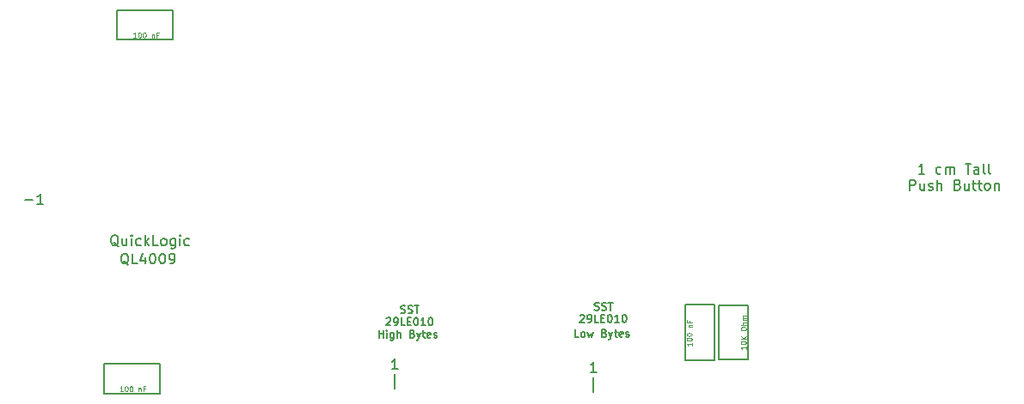
<source format=gbr>
%TF.GenerationSoftware,KiCad,Pcbnew,(6.0.2)*%
%TF.CreationDate,2022-10-23T13:50:21-05:00*%
%TF.ProjectId,REF1451,52454631-3435-4312-9e6b-696361645f70,rev?*%
%TF.SameCoordinates,Original*%
%TF.FileFunction,Legend,Top*%
%TF.FilePolarity,Positive*%
%FSLAX46Y46*%
G04 Gerber Fmt 4.6, Leading zero omitted, Abs format (unit mm)*
G04 Created by KiCad (PCBNEW (6.0.2)) date 2022-10-23 13:50:21*
%MOMM*%
%LPD*%
G01*
G04 APERTURE LIST*
%ADD10C,0.150000*%
%ADD11C,0.125000*%
G04 APERTURE END LIST*
D10*
X135789857Y-103936285D02*
X135789857Y-103186285D01*
X135789857Y-103543428D02*
X136218428Y-103543428D01*
X136218428Y-103936285D02*
X136218428Y-103186285D01*
X136575571Y-103936285D02*
X136575571Y-103436285D01*
X136575571Y-103186285D02*
X136539857Y-103222000D01*
X136575571Y-103257714D01*
X136611285Y-103222000D01*
X136575571Y-103186285D01*
X136575571Y-103257714D01*
X137254142Y-103436285D02*
X137254142Y-104043428D01*
X137218428Y-104114857D01*
X137182714Y-104150571D01*
X137111285Y-104186285D01*
X137004142Y-104186285D01*
X136932714Y-104150571D01*
X137254142Y-103900571D02*
X137182714Y-103936285D01*
X137039857Y-103936285D01*
X136968428Y-103900571D01*
X136932714Y-103864857D01*
X136897000Y-103793428D01*
X136897000Y-103579142D01*
X136932714Y-103507714D01*
X136968428Y-103472000D01*
X137039857Y-103436285D01*
X137182714Y-103436285D01*
X137254142Y-103472000D01*
X137611285Y-103936285D02*
X137611285Y-103186285D01*
X137932714Y-103936285D02*
X137932714Y-103543428D01*
X137897000Y-103472000D01*
X137825571Y-103436285D01*
X137718428Y-103436285D01*
X137647000Y-103472000D01*
X137611285Y-103507714D01*
X139111285Y-103543428D02*
X139218428Y-103579142D01*
X139254142Y-103614857D01*
X139289857Y-103686285D01*
X139289857Y-103793428D01*
X139254142Y-103864857D01*
X139218428Y-103900571D01*
X139147000Y-103936285D01*
X138861285Y-103936285D01*
X138861285Y-103186285D01*
X139111285Y-103186285D01*
X139182714Y-103222000D01*
X139218428Y-103257714D01*
X139254142Y-103329142D01*
X139254142Y-103400571D01*
X139218428Y-103472000D01*
X139182714Y-103507714D01*
X139111285Y-103543428D01*
X138861285Y-103543428D01*
X139539857Y-103436285D02*
X139718428Y-103936285D01*
X139897000Y-103436285D02*
X139718428Y-103936285D01*
X139647000Y-104114857D01*
X139611285Y-104150571D01*
X139539857Y-104186285D01*
X140075571Y-103436285D02*
X140361285Y-103436285D01*
X140182714Y-103186285D02*
X140182714Y-103829142D01*
X140218428Y-103900571D01*
X140289857Y-103936285D01*
X140361285Y-103936285D01*
X140897000Y-103900571D02*
X140825571Y-103936285D01*
X140682714Y-103936285D01*
X140611285Y-103900571D01*
X140575571Y-103829142D01*
X140575571Y-103543428D01*
X140611285Y-103472000D01*
X140682714Y-103436285D01*
X140825571Y-103436285D01*
X140897000Y-103472000D01*
X140932714Y-103543428D01*
X140932714Y-103614857D01*
X140575571Y-103686285D01*
X141218428Y-103900571D02*
X141289857Y-103936285D01*
X141432714Y-103936285D01*
X141504142Y-103900571D01*
X141539857Y-103829142D01*
X141539857Y-103793428D01*
X141504142Y-103722000D01*
X141432714Y-103686285D01*
X141325571Y-103686285D01*
X141254142Y-103650571D01*
X141218428Y-103579142D01*
X141218428Y-103543428D01*
X141254142Y-103472000D01*
X141325571Y-103436285D01*
X141432714Y-103436285D01*
X141504142Y-103472000D01*
X137958857Y-101483821D02*
X138066000Y-101519535D01*
X138244571Y-101519535D01*
X138316000Y-101483821D01*
X138351714Y-101448107D01*
X138387428Y-101376678D01*
X138387428Y-101305250D01*
X138351714Y-101233821D01*
X138316000Y-101198107D01*
X138244571Y-101162392D01*
X138101714Y-101126678D01*
X138030285Y-101090964D01*
X137994571Y-101055250D01*
X137958857Y-100983821D01*
X137958857Y-100912392D01*
X137994571Y-100840964D01*
X138030285Y-100805250D01*
X138101714Y-100769535D01*
X138280285Y-100769535D01*
X138387428Y-100805250D01*
X138673142Y-101483821D02*
X138780285Y-101519535D01*
X138958857Y-101519535D01*
X139030285Y-101483821D01*
X139066000Y-101448107D01*
X139101714Y-101376678D01*
X139101714Y-101305250D01*
X139066000Y-101233821D01*
X139030285Y-101198107D01*
X138958857Y-101162392D01*
X138816000Y-101126678D01*
X138744571Y-101090964D01*
X138708857Y-101055250D01*
X138673142Y-100983821D01*
X138673142Y-100912392D01*
X138708857Y-100840964D01*
X138744571Y-100805250D01*
X138816000Y-100769535D01*
X138994571Y-100769535D01*
X139101714Y-100805250D01*
X139316000Y-100769535D02*
X139744571Y-100769535D01*
X139530285Y-101519535D02*
X139530285Y-100769535D01*
X136530285Y-102048464D02*
X136566000Y-102012750D01*
X136637428Y-101977035D01*
X136816000Y-101977035D01*
X136887428Y-102012750D01*
X136923142Y-102048464D01*
X136958857Y-102119892D01*
X136958857Y-102191321D01*
X136923142Y-102298464D01*
X136494571Y-102727035D01*
X136958857Y-102727035D01*
X137316000Y-102727035D02*
X137458857Y-102727035D01*
X137530285Y-102691321D01*
X137566000Y-102655607D01*
X137637428Y-102548464D01*
X137673142Y-102405607D01*
X137673142Y-102119892D01*
X137637428Y-102048464D01*
X137601714Y-102012750D01*
X137530285Y-101977035D01*
X137387428Y-101977035D01*
X137316000Y-102012750D01*
X137280285Y-102048464D01*
X137244571Y-102119892D01*
X137244571Y-102298464D01*
X137280285Y-102369892D01*
X137316000Y-102405607D01*
X137387428Y-102441321D01*
X137530285Y-102441321D01*
X137601714Y-102405607D01*
X137637428Y-102369892D01*
X137673142Y-102298464D01*
X138351714Y-102727035D02*
X137994571Y-102727035D01*
X137994571Y-101977035D01*
X138601714Y-102334178D02*
X138851714Y-102334178D01*
X138958857Y-102727035D02*
X138601714Y-102727035D01*
X138601714Y-101977035D01*
X138958857Y-101977035D01*
X139423142Y-101977035D02*
X139494571Y-101977035D01*
X139566000Y-102012750D01*
X139601714Y-102048464D01*
X139637428Y-102119892D01*
X139673142Y-102262750D01*
X139673142Y-102441321D01*
X139637428Y-102584178D01*
X139601714Y-102655607D01*
X139566000Y-102691321D01*
X139494571Y-102727035D01*
X139423142Y-102727035D01*
X139351714Y-102691321D01*
X139316000Y-102655607D01*
X139280285Y-102584178D01*
X139244571Y-102441321D01*
X139244571Y-102262750D01*
X139280285Y-102119892D01*
X139316000Y-102048464D01*
X139351714Y-102012750D01*
X139423142Y-101977035D01*
X140387428Y-102727035D02*
X139958857Y-102727035D01*
X140173142Y-102727035D02*
X140173142Y-101977035D01*
X140101714Y-102084178D01*
X140030285Y-102155607D01*
X139958857Y-102191321D01*
X140851714Y-101977035D02*
X140923142Y-101977035D01*
X140994571Y-102012750D01*
X141030285Y-102048464D01*
X141066000Y-102119892D01*
X141101714Y-102262750D01*
X141101714Y-102441321D01*
X141066000Y-102584178D01*
X141030285Y-102655607D01*
X140994571Y-102691321D01*
X140923142Y-102727035D01*
X140851714Y-102727035D01*
X140780285Y-102691321D01*
X140744571Y-102655607D01*
X140708857Y-102584178D01*
X140673142Y-102441321D01*
X140673142Y-102262750D01*
X140708857Y-102119892D01*
X140744571Y-102048464D01*
X140780285Y-102012750D01*
X140851714Y-101977035D01*
X157032857Y-101183821D02*
X157140000Y-101219535D01*
X157318571Y-101219535D01*
X157390000Y-101183821D01*
X157425714Y-101148107D01*
X157461428Y-101076678D01*
X157461428Y-101005250D01*
X157425714Y-100933821D01*
X157390000Y-100898107D01*
X157318571Y-100862392D01*
X157175714Y-100826678D01*
X157104285Y-100790964D01*
X157068571Y-100755250D01*
X157032857Y-100683821D01*
X157032857Y-100612392D01*
X157068571Y-100540964D01*
X157104285Y-100505250D01*
X157175714Y-100469535D01*
X157354285Y-100469535D01*
X157461428Y-100505250D01*
X157747142Y-101183821D02*
X157854285Y-101219535D01*
X158032857Y-101219535D01*
X158104285Y-101183821D01*
X158140000Y-101148107D01*
X158175714Y-101076678D01*
X158175714Y-101005250D01*
X158140000Y-100933821D01*
X158104285Y-100898107D01*
X158032857Y-100862392D01*
X157890000Y-100826678D01*
X157818571Y-100790964D01*
X157782857Y-100755250D01*
X157747142Y-100683821D01*
X157747142Y-100612392D01*
X157782857Y-100540964D01*
X157818571Y-100505250D01*
X157890000Y-100469535D01*
X158068571Y-100469535D01*
X158175714Y-100505250D01*
X158390000Y-100469535D02*
X158818571Y-100469535D01*
X158604285Y-101219535D02*
X158604285Y-100469535D01*
X155604285Y-101748464D02*
X155640000Y-101712750D01*
X155711428Y-101677035D01*
X155890000Y-101677035D01*
X155961428Y-101712750D01*
X155997142Y-101748464D01*
X156032857Y-101819892D01*
X156032857Y-101891321D01*
X155997142Y-101998464D01*
X155568571Y-102427035D01*
X156032857Y-102427035D01*
X156390000Y-102427035D02*
X156532857Y-102427035D01*
X156604285Y-102391321D01*
X156640000Y-102355607D01*
X156711428Y-102248464D01*
X156747142Y-102105607D01*
X156747142Y-101819892D01*
X156711428Y-101748464D01*
X156675714Y-101712750D01*
X156604285Y-101677035D01*
X156461428Y-101677035D01*
X156390000Y-101712750D01*
X156354285Y-101748464D01*
X156318571Y-101819892D01*
X156318571Y-101998464D01*
X156354285Y-102069892D01*
X156390000Y-102105607D01*
X156461428Y-102141321D01*
X156604285Y-102141321D01*
X156675714Y-102105607D01*
X156711428Y-102069892D01*
X156747142Y-101998464D01*
X157425714Y-102427035D02*
X157068571Y-102427035D01*
X157068571Y-101677035D01*
X157675714Y-102034178D02*
X157925714Y-102034178D01*
X158032857Y-102427035D02*
X157675714Y-102427035D01*
X157675714Y-101677035D01*
X158032857Y-101677035D01*
X158497142Y-101677035D02*
X158568571Y-101677035D01*
X158640000Y-101712750D01*
X158675714Y-101748464D01*
X158711428Y-101819892D01*
X158747142Y-101962750D01*
X158747142Y-102141321D01*
X158711428Y-102284178D01*
X158675714Y-102355607D01*
X158640000Y-102391321D01*
X158568571Y-102427035D01*
X158497142Y-102427035D01*
X158425714Y-102391321D01*
X158390000Y-102355607D01*
X158354285Y-102284178D01*
X158318571Y-102141321D01*
X158318571Y-101962750D01*
X158354285Y-101819892D01*
X158390000Y-101748464D01*
X158425714Y-101712750D01*
X158497142Y-101677035D01*
X159461428Y-102427035D02*
X159032857Y-102427035D01*
X159247142Y-102427035D02*
X159247142Y-101677035D01*
X159175714Y-101784178D01*
X159104285Y-101855607D01*
X159032857Y-101891321D01*
X159925714Y-101677035D02*
X159997142Y-101677035D01*
X160068571Y-101712750D01*
X160104285Y-101748464D01*
X160140000Y-101819892D01*
X160175714Y-101962750D01*
X160175714Y-102141321D01*
X160140000Y-102284178D01*
X160104285Y-102355607D01*
X160068571Y-102391321D01*
X159997142Y-102427035D01*
X159925714Y-102427035D01*
X159854285Y-102391321D01*
X159818571Y-102355607D01*
X159782857Y-102284178D01*
X159747142Y-102141321D01*
X159747142Y-101962750D01*
X159782857Y-101819892D01*
X159818571Y-101748464D01*
X159854285Y-101712750D01*
X159925714Y-101677035D01*
X111141428Y-96736619D02*
X111046190Y-96689000D01*
X110950952Y-96593761D01*
X110808095Y-96450904D01*
X110712857Y-96403285D01*
X110617619Y-96403285D01*
X110665238Y-96641380D02*
X110570000Y-96593761D01*
X110474761Y-96498523D01*
X110427142Y-96308047D01*
X110427142Y-95974714D01*
X110474761Y-95784238D01*
X110570000Y-95689000D01*
X110665238Y-95641380D01*
X110855714Y-95641380D01*
X110950952Y-95689000D01*
X111046190Y-95784238D01*
X111093809Y-95974714D01*
X111093809Y-96308047D01*
X111046190Y-96498523D01*
X110950952Y-96593761D01*
X110855714Y-96641380D01*
X110665238Y-96641380D01*
X111998571Y-96641380D02*
X111522380Y-96641380D01*
X111522380Y-95641380D01*
X112760476Y-95974714D02*
X112760476Y-96641380D01*
X112522380Y-95593761D02*
X112284285Y-96308047D01*
X112903333Y-96308047D01*
X113474761Y-95641380D02*
X113570000Y-95641380D01*
X113665238Y-95689000D01*
X113712857Y-95736619D01*
X113760476Y-95831857D01*
X113808095Y-96022333D01*
X113808095Y-96260428D01*
X113760476Y-96450904D01*
X113712857Y-96546142D01*
X113665238Y-96593761D01*
X113570000Y-96641380D01*
X113474761Y-96641380D01*
X113379523Y-96593761D01*
X113331904Y-96546142D01*
X113284285Y-96450904D01*
X113236666Y-96260428D01*
X113236666Y-96022333D01*
X113284285Y-95831857D01*
X113331904Y-95736619D01*
X113379523Y-95689000D01*
X113474761Y-95641380D01*
X114427142Y-95641380D02*
X114522380Y-95641380D01*
X114617619Y-95689000D01*
X114665238Y-95736619D01*
X114712857Y-95831857D01*
X114760476Y-96022333D01*
X114760476Y-96260428D01*
X114712857Y-96450904D01*
X114665238Y-96546142D01*
X114617619Y-96593761D01*
X114522380Y-96641380D01*
X114427142Y-96641380D01*
X114331904Y-96593761D01*
X114284285Y-96546142D01*
X114236666Y-96450904D01*
X114189047Y-96260428D01*
X114189047Y-96022333D01*
X114236666Y-95831857D01*
X114284285Y-95736619D01*
X114331904Y-95689000D01*
X114427142Y-95641380D01*
X115236666Y-96641380D02*
X115427142Y-96641380D01*
X115522380Y-96593761D01*
X115570000Y-96546142D01*
X115665238Y-96403285D01*
X115712857Y-96212809D01*
X115712857Y-95831857D01*
X115665238Y-95736619D01*
X115617619Y-95689000D01*
X115522380Y-95641380D01*
X115331904Y-95641380D01*
X115236666Y-95689000D01*
X115189047Y-95736619D01*
X115141428Y-95831857D01*
X115141428Y-96069952D01*
X115189047Y-96165190D01*
X115236666Y-96212809D01*
X115331904Y-96260428D01*
X115522380Y-96260428D01*
X115617619Y-96212809D01*
X115665238Y-96165190D01*
X115712857Y-96069952D01*
X137663714Y-107033380D02*
X137092285Y-107033380D01*
X137378000Y-107033380D02*
X137378000Y-106033380D01*
X137282761Y-106176238D01*
X137187523Y-106271476D01*
X137092285Y-106319095D01*
X137378000Y-108976714D02*
X137378000Y-107548142D01*
X155490285Y-103861285D02*
X155133142Y-103861285D01*
X155133142Y-103111285D01*
X155847428Y-103861285D02*
X155776000Y-103825571D01*
X155740285Y-103789857D01*
X155704571Y-103718428D01*
X155704571Y-103504142D01*
X155740285Y-103432714D01*
X155776000Y-103397000D01*
X155847428Y-103361285D01*
X155954571Y-103361285D01*
X156026000Y-103397000D01*
X156061714Y-103432714D01*
X156097428Y-103504142D01*
X156097428Y-103718428D01*
X156061714Y-103789857D01*
X156026000Y-103825571D01*
X155954571Y-103861285D01*
X155847428Y-103861285D01*
X156347428Y-103361285D02*
X156490285Y-103861285D01*
X156633142Y-103504142D01*
X156776000Y-103861285D01*
X156918857Y-103361285D01*
X158026000Y-103468428D02*
X158133142Y-103504142D01*
X158168857Y-103539857D01*
X158204571Y-103611285D01*
X158204571Y-103718428D01*
X158168857Y-103789857D01*
X158133142Y-103825571D01*
X158061714Y-103861285D01*
X157776000Y-103861285D01*
X157776000Y-103111285D01*
X158026000Y-103111285D01*
X158097428Y-103147000D01*
X158133142Y-103182714D01*
X158168857Y-103254142D01*
X158168857Y-103325571D01*
X158133142Y-103397000D01*
X158097428Y-103432714D01*
X158026000Y-103468428D01*
X157776000Y-103468428D01*
X158454571Y-103361285D02*
X158633142Y-103861285D01*
X158811714Y-103361285D02*
X158633142Y-103861285D01*
X158561714Y-104039857D01*
X158526000Y-104075571D01*
X158454571Y-104111285D01*
X158990285Y-103361285D02*
X159276000Y-103361285D01*
X159097428Y-103111285D02*
X159097428Y-103754142D01*
X159133142Y-103825571D01*
X159204571Y-103861285D01*
X159276000Y-103861285D01*
X159811714Y-103825571D02*
X159740285Y-103861285D01*
X159597428Y-103861285D01*
X159526000Y-103825571D01*
X159490285Y-103754142D01*
X159490285Y-103468428D01*
X159526000Y-103397000D01*
X159597428Y-103361285D01*
X159740285Y-103361285D01*
X159811714Y-103397000D01*
X159847428Y-103468428D01*
X159847428Y-103539857D01*
X159490285Y-103611285D01*
X160133142Y-103825571D02*
X160204571Y-103861285D01*
X160347428Y-103861285D01*
X160418857Y-103825571D01*
X160454571Y-103754142D01*
X160454571Y-103718428D01*
X160418857Y-103647000D01*
X160347428Y-103611285D01*
X160240285Y-103611285D01*
X160168857Y-103575571D01*
X160133142Y-103504142D01*
X160133142Y-103468428D01*
X160168857Y-103397000D01*
X160240285Y-103361285D01*
X160347428Y-103361285D01*
X160418857Y-103397000D01*
X110160952Y-94927619D02*
X110065714Y-94880000D01*
X109970476Y-94784761D01*
X109827619Y-94641904D01*
X109732380Y-94594285D01*
X109637142Y-94594285D01*
X109684761Y-94832380D02*
X109589523Y-94784761D01*
X109494285Y-94689523D01*
X109446666Y-94499047D01*
X109446666Y-94165714D01*
X109494285Y-93975238D01*
X109589523Y-93880000D01*
X109684761Y-93832380D01*
X109875238Y-93832380D01*
X109970476Y-93880000D01*
X110065714Y-93975238D01*
X110113333Y-94165714D01*
X110113333Y-94499047D01*
X110065714Y-94689523D01*
X109970476Y-94784761D01*
X109875238Y-94832380D01*
X109684761Y-94832380D01*
X110970476Y-94165714D02*
X110970476Y-94832380D01*
X110541904Y-94165714D02*
X110541904Y-94689523D01*
X110589523Y-94784761D01*
X110684761Y-94832380D01*
X110827619Y-94832380D01*
X110922857Y-94784761D01*
X110970476Y-94737142D01*
X111446666Y-94832380D02*
X111446666Y-94165714D01*
X111446666Y-93832380D02*
X111399047Y-93880000D01*
X111446666Y-93927619D01*
X111494285Y-93880000D01*
X111446666Y-93832380D01*
X111446666Y-93927619D01*
X112351428Y-94784761D02*
X112256190Y-94832380D01*
X112065714Y-94832380D01*
X111970476Y-94784761D01*
X111922857Y-94737142D01*
X111875238Y-94641904D01*
X111875238Y-94356190D01*
X111922857Y-94260952D01*
X111970476Y-94213333D01*
X112065714Y-94165714D01*
X112256190Y-94165714D01*
X112351428Y-94213333D01*
X112780000Y-94832380D02*
X112780000Y-93832380D01*
X112875238Y-94451428D02*
X113160952Y-94832380D01*
X113160952Y-94165714D02*
X112780000Y-94546666D01*
X114065714Y-94832380D02*
X113589523Y-94832380D01*
X113589523Y-93832380D01*
X114541904Y-94832380D02*
X114446666Y-94784761D01*
X114399047Y-94737142D01*
X114351428Y-94641904D01*
X114351428Y-94356190D01*
X114399047Y-94260952D01*
X114446666Y-94213333D01*
X114541904Y-94165714D01*
X114684761Y-94165714D01*
X114780000Y-94213333D01*
X114827619Y-94260952D01*
X114875238Y-94356190D01*
X114875238Y-94641904D01*
X114827619Y-94737142D01*
X114780000Y-94784761D01*
X114684761Y-94832380D01*
X114541904Y-94832380D01*
X115732380Y-94165714D02*
X115732380Y-94975238D01*
X115684761Y-95070476D01*
X115637142Y-95118095D01*
X115541904Y-95165714D01*
X115399047Y-95165714D01*
X115303809Y-95118095D01*
X115732380Y-94784761D02*
X115637142Y-94832380D01*
X115446666Y-94832380D01*
X115351428Y-94784761D01*
X115303809Y-94737142D01*
X115256190Y-94641904D01*
X115256190Y-94356190D01*
X115303809Y-94260952D01*
X115351428Y-94213333D01*
X115446666Y-94165714D01*
X115637142Y-94165714D01*
X115732380Y-94213333D01*
X116208571Y-94832380D02*
X116208571Y-94165714D01*
X116208571Y-93832380D02*
X116160952Y-93880000D01*
X116208571Y-93927619D01*
X116256190Y-93880000D01*
X116208571Y-93832380D01*
X116208571Y-93927619D01*
X117113333Y-94784761D02*
X117018095Y-94832380D01*
X116827619Y-94832380D01*
X116732380Y-94784761D01*
X116684761Y-94737142D01*
X116637142Y-94641904D01*
X116637142Y-94356190D01*
X116684761Y-94260952D01*
X116732380Y-94213333D01*
X116827619Y-94165714D01*
X117018095Y-94165714D01*
X117113333Y-94213333D01*
X157212714Y-107345380D02*
X156641285Y-107345380D01*
X156927000Y-107345380D02*
X156927000Y-106345380D01*
X156831761Y-106488238D01*
X156736523Y-106583476D01*
X156641285Y-106631095D01*
X156927000Y-109288714D02*
X156927000Y-107860142D01*
X100966857Y-90351428D02*
X101728761Y-90351428D01*
X102728761Y-90732380D02*
X102157333Y-90732380D01*
X102443047Y-90732380D02*
X102443047Y-89732380D01*
X102347809Y-89875238D01*
X102252571Y-89970476D01*
X102157333Y-90018095D01*
X189535428Y-87758380D02*
X188964000Y-87758380D01*
X189249714Y-87758380D02*
X189249714Y-86758380D01*
X189154476Y-86901238D01*
X189059238Y-86996476D01*
X188964000Y-87044095D01*
X191154476Y-87710761D02*
X191059238Y-87758380D01*
X190868761Y-87758380D01*
X190773523Y-87710761D01*
X190725904Y-87663142D01*
X190678285Y-87567904D01*
X190678285Y-87282190D01*
X190725904Y-87186952D01*
X190773523Y-87139333D01*
X190868761Y-87091714D01*
X191059238Y-87091714D01*
X191154476Y-87139333D01*
X191583047Y-87758380D02*
X191583047Y-87091714D01*
X191583047Y-87186952D02*
X191630666Y-87139333D01*
X191725904Y-87091714D01*
X191868761Y-87091714D01*
X191964000Y-87139333D01*
X192011619Y-87234571D01*
X192011619Y-87758380D01*
X192011619Y-87234571D02*
X192059238Y-87139333D01*
X192154476Y-87091714D01*
X192297333Y-87091714D01*
X192392571Y-87139333D01*
X192440190Y-87234571D01*
X192440190Y-87758380D01*
X193535428Y-86758380D02*
X194106857Y-86758380D01*
X193821142Y-87758380D02*
X193821142Y-86758380D01*
X194868761Y-87758380D02*
X194868761Y-87234571D01*
X194821142Y-87139333D01*
X194725904Y-87091714D01*
X194535428Y-87091714D01*
X194440190Y-87139333D01*
X194868761Y-87710761D02*
X194773523Y-87758380D01*
X194535428Y-87758380D01*
X194440190Y-87710761D01*
X194392571Y-87615523D01*
X194392571Y-87520285D01*
X194440190Y-87425047D01*
X194535428Y-87377428D01*
X194773523Y-87377428D01*
X194868761Y-87329809D01*
X195487809Y-87758380D02*
X195392571Y-87710761D01*
X195344952Y-87615523D01*
X195344952Y-86758380D01*
X196011619Y-87758380D02*
X195916380Y-87710761D01*
X195868761Y-87615523D01*
X195868761Y-86758380D01*
X188083047Y-89368380D02*
X188083047Y-88368380D01*
X188464000Y-88368380D01*
X188559238Y-88416000D01*
X188606857Y-88463619D01*
X188654476Y-88558857D01*
X188654476Y-88701714D01*
X188606857Y-88796952D01*
X188559238Y-88844571D01*
X188464000Y-88892190D01*
X188083047Y-88892190D01*
X189511619Y-88701714D02*
X189511619Y-89368380D01*
X189083047Y-88701714D02*
X189083047Y-89225523D01*
X189130666Y-89320761D01*
X189225904Y-89368380D01*
X189368761Y-89368380D01*
X189464000Y-89320761D01*
X189511619Y-89273142D01*
X189940190Y-89320761D02*
X190035428Y-89368380D01*
X190225904Y-89368380D01*
X190321142Y-89320761D01*
X190368761Y-89225523D01*
X190368761Y-89177904D01*
X190321142Y-89082666D01*
X190225904Y-89035047D01*
X190083047Y-89035047D01*
X189987809Y-88987428D01*
X189940190Y-88892190D01*
X189940190Y-88844571D01*
X189987809Y-88749333D01*
X190083047Y-88701714D01*
X190225904Y-88701714D01*
X190321142Y-88749333D01*
X190797333Y-89368380D02*
X190797333Y-88368380D01*
X191225904Y-89368380D02*
X191225904Y-88844571D01*
X191178285Y-88749333D01*
X191083047Y-88701714D01*
X190940190Y-88701714D01*
X190844952Y-88749333D01*
X190797333Y-88796952D01*
X192797333Y-88844571D02*
X192940190Y-88892190D01*
X192987809Y-88939809D01*
X193035428Y-89035047D01*
X193035428Y-89177904D01*
X192987809Y-89273142D01*
X192940190Y-89320761D01*
X192844952Y-89368380D01*
X192464000Y-89368380D01*
X192464000Y-88368380D01*
X192797333Y-88368380D01*
X192892571Y-88416000D01*
X192940190Y-88463619D01*
X192987809Y-88558857D01*
X192987809Y-88654095D01*
X192940190Y-88749333D01*
X192892571Y-88796952D01*
X192797333Y-88844571D01*
X192464000Y-88844571D01*
X193892571Y-88701714D02*
X193892571Y-89368380D01*
X193464000Y-88701714D02*
X193464000Y-89225523D01*
X193511619Y-89320761D01*
X193606857Y-89368380D01*
X193749714Y-89368380D01*
X193844952Y-89320761D01*
X193892571Y-89273142D01*
X194225904Y-88701714D02*
X194606857Y-88701714D01*
X194368761Y-88368380D02*
X194368761Y-89225523D01*
X194416380Y-89320761D01*
X194511619Y-89368380D01*
X194606857Y-89368380D01*
X194797333Y-88701714D02*
X195178285Y-88701714D01*
X194940190Y-88368380D02*
X194940190Y-89225523D01*
X194987809Y-89320761D01*
X195083047Y-89368380D01*
X195178285Y-89368380D01*
X195654476Y-89368380D02*
X195559238Y-89320761D01*
X195511619Y-89273142D01*
X195464000Y-89177904D01*
X195464000Y-88892190D01*
X195511619Y-88796952D01*
X195559238Y-88749333D01*
X195654476Y-88701714D01*
X195797333Y-88701714D01*
X195892571Y-88749333D01*
X195940190Y-88796952D01*
X195987809Y-88892190D01*
X195987809Y-89177904D01*
X195940190Y-89273142D01*
X195892571Y-89320761D01*
X195797333Y-89368380D01*
X195654476Y-89368380D01*
X196416380Y-88701714D02*
X196416380Y-89368380D01*
X196416380Y-88796952D02*
X196464000Y-88749333D01*
X196559238Y-88701714D01*
X196702095Y-88701714D01*
X196797333Y-88749333D01*
X196844952Y-88844571D01*
X196844952Y-89368380D01*
D11*
%TO.C,C2*%
X110594714Y-109239190D02*
X110309000Y-109239190D01*
X110451857Y-109239190D02*
X110451857Y-108739190D01*
X110404238Y-108810619D01*
X110356619Y-108858238D01*
X110309000Y-108882047D01*
X110904238Y-108739190D02*
X110951857Y-108739190D01*
X110999476Y-108763000D01*
X111023285Y-108786809D01*
X111047095Y-108834428D01*
X111070904Y-108929666D01*
X111070904Y-109048714D01*
X111047095Y-109143952D01*
X111023285Y-109191571D01*
X110999476Y-109215380D01*
X110951857Y-109239190D01*
X110904238Y-109239190D01*
X110856619Y-109215380D01*
X110832809Y-109191571D01*
X110809000Y-109143952D01*
X110785190Y-109048714D01*
X110785190Y-108929666D01*
X110809000Y-108834428D01*
X110832809Y-108786809D01*
X110856619Y-108763000D01*
X110904238Y-108739190D01*
X111380428Y-108739190D02*
X111428047Y-108739190D01*
X111475666Y-108763000D01*
X111499476Y-108786809D01*
X111523285Y-108834428D01*
X111547095Y-108929666D01*
X111547095Y-109048714D01*
X111523285Y-109143952D01*
X111499476Y-109191571D01*
X111475666Y-109215380D01*
X111428047Y-109239190D01*
X111380428Y-109239190D01*
X111332809Y-109215380D01*
X111309000Y-109191571D01*
X111285190Y-109143952D01*
X111261380Y-109048714D01*
X111261380Y-108929666D01*
X111285190Y-108834428D01*
X111309000Y-108786809D01*
X111332809Y-108763000D01*
X111380428Y-108739190D01*
X112142333Y-108905857D02*
X112142333Y-109239190D01*
X112142333Y-108953476D02*
X112166142Y-108929666D01*
X112213761Y-108905857D01*
X112285190Y-108905857D01*
X112332809Y-108929666D01*
X112356619Y-108977285D01*
X112356619Y-109239190D01*
X112761380Y-108977285D02*
X112594714Y-108977285D01*
X112594714Y-109239190D02*
X112594714Y-108739190D01*
X112832809Y-108739190D01*
%TO.C,R1*%
X171940190Y-104778142D02*
X171940190Y-105063857D01*
X171940190Y-104921000D02*
X171440190Y-104921000D01*
X171511619Y-104968619D01*
X171559238Y-105016238D01*
X171583047Y-105063857D01*
X171440190Y-104468619D02*
X171440190Y-104421000D01*
X171464000Y-104373380D01*
X171487809Y-104349571D01*
X171535428Y-104325761D01*
X171630666Y-104301952D01*
X171749714Y-104301952D01*
X171844952Y-104325761D01*
X171892571Y-104349571D01*
X171916380Y-104373380D01*
X171940190Y-104421000D01*
X171940190Y-104468619D01*
X171916380Y-104516238D01*
X171892571Y-104540047D01*
X171844952Y-104563857D01*
X171749714Y-104587666D01*
X171630666Y-104587666D01*
X171535428Y-104563857D01*
X171487809Y-104540047D01*
X171464000Y-104516238D01*
X171440190Y-104468619D01*
X171940190Y-104087666D02*
X171440190Y-104087666D01*
X171940190Y-103801952D02*
X171654476Y-104016238D01*
X171440190Y-103801952D02*
X171725904Y-104087666D01*
X171440190Y-103111476D02*
X171440190Y-103016238D01*
X171464000Y-102968619D01*
X171511619Y-102921000D01*
X171606857Y-102897190D01*
X171773523Y-102897190D01*
X171868761Y-102921000D01*
X171916380Y-102968619D01*
X171940190Y-103016238D01*
X171940190Y-103111476D01*
X171916380Y-103159095D01*
X171868761Y-103206714D01*
X171773523Y-103230523D01*
X171606857Y-103230523D01*
X171511619Y-103206714D01*
X171464000Y-103159095D01*
X171440190Y-103111476D01*
X171940190Y-102682904D02*
X171440190Y-102682904D01*
X171940190Y-102468619D02*
X171678285Y-102468619D01*
X171630666Y-102492428D01*
X171606857Y-102540047D01*
X171606857Y-102611476D01*
X171630666Y-102659095D01*
X171654476Y-102682904D01*
X171940190Y-102230523D02*
X171606857Y-102230523D01*
X171654476Y-102230523D02*
X171630666Y-102206714D01*
X171606857Y-102159095D01*
X171606857Y-102087666D01*
X171630666Y-102040047D01*
X171678285Y-102016238D01*
X171940190Y-102016238D01*
X171678285Y-102016238D02*
X171630666Y-101992428D01*
X171606857Y-101944809D01*
X171606857Y-101873380D01*
X171630666Y-101825761D01*
X171678285Y-101801952D01*
X171940190Y-101801952D01*
%TO.C,C1*%
X111892714Y-74310190D02*
X111607000Y-74310190D01*
X111749857Y-74310190D02*
X111749857Y-73810190D01*
X111702238Y-73881619D01*
X111654619Y-73929238D01*
X111607000Y-73953047D01*
X112202238Y-73810190D02*
X112249857Y-73810190D01*
X112297476Y-73834000D01*
X112321285Y-73857809D01*
X112345095Y-73905428D01*
X112368904Y-74000666D01*
X112368904Y-74119714D01*
X112345095Y-74214952D01*
X112321285Y-74262571D01*
X112297476Y-74286380D01*
X112249857Y-74310190D01*
X112202238Y-74310190D01*
X112154619Y-74286380D01*
X112130809Y-74262571D01*
X112107000Y-74214952D01*
X112083190Y-74119714D01*
X112083190Y-74000666D01*
X112107000Y-73905428D01*
X112130809Y-73857809D01*
X112154619Y-73834000D01*
X112202238Y-73810190D01*
X112678428Y-73810190D02*
X112726047Y-73810190D01*
X112773666Y-73834000D01*
X112797476Y-73857809D01*
X112821285Y-73905428D01*
X112845095Y-74000666D01*
X112845095Y-74119714D01*
X112821285Y-74214952D01*
X112797476Y-74262571D01*
X112773666Y-74286380D01*
X112726047Y-74310190D01*
X112678428Y-74310190D01*
X112630809Y-74286380D01*
X112607000Y-74262571D01*
X112583190Y-74214952D01*
X112559380Y-74119714D01*
X112559380Y-74000666D01*
X112583190Y-73905428D01*
X112607000Y-73857809D01*
X112630809Y-73834000D01*
X112678428Y-73810190D01*
X113440333Y-73976857D02*
X113440333Y-74310190D01*
X113440333Y-74024476D02*
X113464142Y-74000666D01*
X113511761Y-73976857D01*
X113583190Y-73976857D01*
X113630809Y-74000666D01*
X113654619Y-74048285D01*
X113654619Y-74310190D01*
X114059380Y-74048285D02*
X113892714Y-74048285D01*
X113892714Y-74310190D02*
X113892714Y-73810190D01*
X114130809Y-73810190D01*
%TO.C,C3*%
X166613190Y-104436285D02*
X166613190Y-104722000D01*
X166613190Y-104579142D02*
X166113190Y-104579142D01*
X166184619Y-104626761D01*
X166232238Y-104674380D01*
X166256047Y-104722000D01*
X166113190Y-104126761D02*
X166113190Y-104079142D01*
X166137000Y-104031523D01*
X166160809Y-104007714D01*
X166208428Y-103983904D01*
X166303666Y-103960095D01*
X166422714Y-103960095D01*
X166517952Y-103983904D01*
X166565571Y-104007714D01*
X166589380Y-104031523D01*
X166613190Y-104079142D01*
X166613190Y-104126761D01*
X166589380Y-104174380D01*
X166565571Y-104198190D01*
X166517952Y-104222000D01*
X166422714Y-104245809D01*
X166303666Y-104245809D01*
X166208428Y-104222000D01*
X166160809Y-104198190D01*
X166137000Y-104174380D01*
X166113190Y-104126761D01*
X166113190Y-103650571D02*
X166113190Y-103602952D01*
X166137000Y-103555333D01*
X166160809Y-103531523D01*
X166208428Y-103507714D01*
X166303666Y-103483904D01*
X166422714Y-103483904D01*
X166517952Y-103507714D01*
X166565571Y-103531523D01*
X166589380Y-103555333D01*
X166613190Y-103602952D01*
X166613190Y-103650571D01*
X166589380Y-103698190D01*
X166565571Y-103722000D01*
X166517952Y-103745809D01*
X166422714Y-103769619D01*
X166303666Y-103769619D01*
X166208428Y-103745809D01*
X166160809Y-103722000D01*
X166137000Y-103698190D01*
X166113190Y-103650571D01*
X166279857Y-102888666D02*
X166613190Y-102888666D01*
X166327476Y-102888666D02*
X166303666Y-102864857D01*
X166279857Y-102817238D01*
X166279857Y-102745809D01*
X166303666Y-102698190D01*
X166351285Y-102674380D01*
X166613190Y-102674380D01*
X166351285Y-102269619D02*
X166351285Y-102436285D01*
X166613190Y-102436285D02*
X166113190Y-102436285D01*
X166113190Y-102198190D01*
D10*
%TO.C,C2*%
X108738000Y-106530000D02*
X114220000Y-106530000D01*
X114220000Y-106530000D02*
X114220000Y-109463000D01*
X114220000Y-109463000D02*
X108738000Y-109463000D01*
X108738000Y-109463000D02*
X108738000Y-106530000D01*
%TO.C,R1*%
X172184000Y-100793000D02*
X169313000Y-100793000D01*
X169313000Y-100793000D02*
X169313000Y-106065000D01*
X169313000Y-106065000D02*
X172184000Y-106065000D01*
X172184000Y-106065000D02*
X172184000Y-100793000D01*
%TO.C,C1*%
X110036000Y-71601000D02*
X115518000Y-71601000D01*
X115518000Y-71601000D02*
X115518000Y-74534000D01*
X115518000Y-74534000D02*
X110036000Y-74534000D01*
X110036000Y-74534000D02*
X110036000Y-71601000D01*
%TO.C,C3*%
X168870000Y-100651000D02*
X165937000Y-100651000D01*
X165937000Y-100651000D02*
X165937000Y-106133000D01*
X165937000Y-106133000D02*
X168870000Y-106133000D01*
X168870000Y-106133000D02*
X168870000Y-100651000D01*
%TD*%
M02*

</source>
